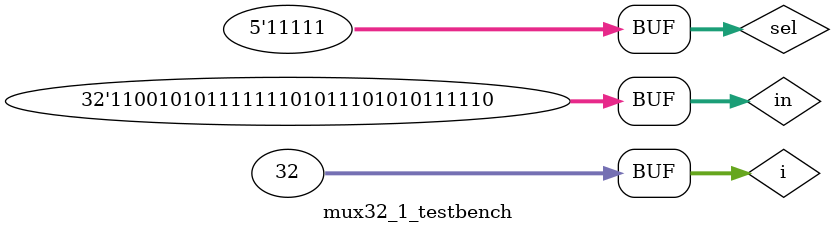
<source format=sv>
`timescale 1ns/10ps

module mux32_1 #(parameter WIDTH=8, SUBWIDTH=2) (in, sel, out);
	input logic [31:0] in;
	input logic [4:0] sel;
	logic [WIDTH-1:0] out0;
	logic [SUBWIDTH-1:0] out1;
	output logic out;

	genvar i;
	generate
		for(i=0; i<WIDTH; i++) begin : eachDff
			mux4_1 muxxLayer1 (.i0(in[i * 4]), .i1(in[(i * 4) + 1]), .i2(in[(i * 4) + 2]), .i3(in[(i * 4) + 3]), .sel(sel[1:0]), .out(out0[i]));
		end
	endgenerate

	genvar j;
	generate
		for(j=0; j<SUBWIDTH; j++) begin : eachDff2
			mux4_1 muxxLayer2 (.i0(out0[j * 4]), .i1(out0[(j * 4) + 1]), .i2(out0[(j * 4) + 2]), .i3(out0[(j * 4) + 3]), .sel(sel[3:2]), .out(out1[j]));
		end
	endgenerate

	mux4_1 muxx (.i0(out1[0]), .i1(out1[1]), .i2(1'b0), .i3(1'b0), .sel({1'b0, sel[4]}), .out(out));

endmodule

module mux32_1_testbench();
	logic [31:0] in;
	logic [4:0] sel;
	logic out;

	parameter delay = 10;
	integer i;

	Decoder dut (.in, .sel, .out);

 initial begin
	in = 32'hF001AC93;  sel = 5'b00110; #delay;
	in = 32'hCF010C43;  sel = 5'b01010; #delay;
	in = 32'hCAFEBABE;  sel = 5'b11111; #delay;

	for (i=0; i<32; i+=1) begin
		sel = i;
		#delay;
	end
	#delay;
 end
endmodule

</source>
